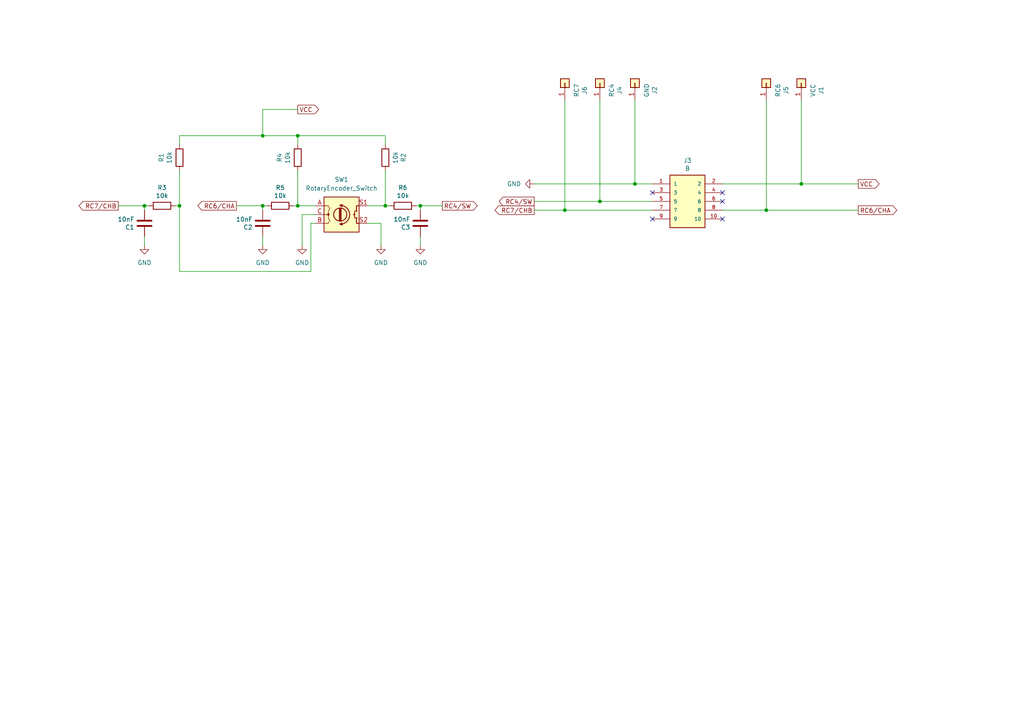
<source format=kicad_sch>
(kicad_sch (version 20211123) (generator eeschema)
  (paper "A4")
  (title_block (title "Rotary encoder for ASRC V6") (date "2022-08-01") (rev "V3"))
  (lib_symbols
    (symbol "Connector_Generic:Conn_01x01" (pin_names (offset 1.016) hide)
      (property "Reference" "J" (at 0 2.54 0))
      (property "Value" "Conn_01x01" (at 0 -2.54 0))
      (symbol "Conn_01x01_1_1"
        (rectangle (start -1.27 0.127) (end 0 -0.127) (stroke (width 0.1524)))
        (rectangle (start -1.27 1.27) (end 1.27 -1.27) (stroke (width 0.254)) (fill (type background)))
        (pin passive line (at -5.08 0 0) (length 3.81) (name "Pin_1") (number "1"))
      )
    )
    (symbol "Device:C" (pin_numbers hide) (pin_names (offset 0.254))
      (property "Reference" "C" (at 0.635 2.54 0))
      (property "Value" "C" (at 0.635 -2.54 0))
      (symbol "C_0_1"
        (polyline (pts (xy -2.032 -0.762) (xy 2.032 -0.762)) (stroke (width 0.508)))
        (polyline (pts (xy -2.032 0.762) (xy 2.032 0.762)) (stroke (width 0.508)))
      )
      (symbol "C_1_1"
        (pin passive line (at 0 3.81 270) (length 2.794) (name "~") (number "1"))
        (pin passive line (at 0 -3.81 90) (length 2.794) (name "~") (number "2"))
      )
    )
    (symbol "Device:R" (pin_numbers hide) (pin_names (offset 0))
      (property "Reference" "R" (at 2.032 0 90))
      (property "Value" "R" (at 0 0 90))
      (symbol "R_0_1"
        (rectangle (start -1.016 -2.54) (end 1.016 2.54) (stroke (width 0.254)))
      )
      (symbol "R_1_1"
        (pin passive line (at 0 3.81 270) (length 1.27) (name "~") (number "1"))
        (pin passive line (at 0 -3.81 90) (length 1.27) (name "~") (number "2"))
      )
    )
    (symbol "Device:RotaryEncoder_Switch" (pin_names (offset 0.254) hide)
      (property "Reference" "SW" (at 0 6.604 0))
      (property "Value" "RotaryEncoder_Switch" (at 0 -6.604 0))
      (symbol "RotaryEncoder_Switch_0_1"
        (rectangle (start -5.08 5.08) (end 5.08 -5.08) (stroke (width 0.254)) (fill (type background)))
        (circle (center -3.81 0) (radius 0.254) (fill (type outline)))
        (arc (start -0.381 -2.794) (mid 2.3622 -0.0635) (end -0.381 2.667) (stroke (width 0.254)))
        (circle (center -0.381 0) (radius 1.905) (stroke (width 0.254)))
        (polyline (pts (xy -0.635 -1.778) (xy -0.635 1.778)) (stroke (width 0.254)))
        (polyline (pts (xy -0.381 -1.778) (xy -0.381 1.778)) (stroke (width 0.254)))
        (polyline (pts (xy -0.127 1.778) (xy -0.127 -1.778)) (stroke (width 0.254)))
        (polyline (pts (xy 3.81 0) (xy 3.429 0)) (stroke (width 0.254)))
        (polyline (pts (xy 3.81 1.016) (xy 3.81 -1.016)) (stroke (width 0.254)))
        (polyline (pts (xy -5.08 -2.54) (xy -3.81 -2.54) (xy -3.81 -2.032)))
        (polyline (pts (xy -5.08 2.54) (xy -3.81 2.54) (xy -3.81 2.032)))
        (polyline (pts (xy 0.254 -3.048) (xy -0.508 -2.794) (xy 0.127 -2.413)) (stroke (width 0.254)))
        (polyline (pts (xy 0.254 2.921) (xy -0.508 2.667) (xy 0.127 2.286)) (stroke (width 0.254)))
        (polyline (pts (xy 5.08 -2.54) (xy 4.318 -2.54) (xy 4.318 -1.016)) (stroke (width 0.254)))
        (polyline (pts (xy 5.08 2.54) (xy 4.318 2.54) (xy 4.318 1.016)) (stroke (width 0.254)))
        (polyline (pts (xy -5.08 0) (xy -3.81 0) (xy -3.81 -1.016) (xy -3.302 -2.032)))
        (polyline (pts (xy -4.318 0) (xy -3.81 0) (xy -3.81 1.016) (xy -3.302 2.032)))
        (circle (center 4.318 -1.016) (radius 0.127) (stroke (width 0.254)))
        (circle (center 4.318 1.016) (radius 0.127) (stroke (width 0.254)))
      )
      (symbol "RotaryEncoder_Switch_1_1"
        (pin passive line (at -7.62 2.54 0) (length 2.54) (name "A") (number "A"))
        (pin passive line (at -7.62 -2.54 0) (length 2.54) (name "B") (number "B"))
        (pin passive line (at -7.62 0 0) (length 2.54) (name "C") (number "C"))
        (pin passive line (at 7.62 2.54 180) (length 2.54) (name "S1") (number "S1"))
        (pin passive line (at 7.62 -2.54 180) (length 2.54) (name "S2") (number "S2"))
      )
    )
    (symbol "kicad-snk:TE_CONN_RCPT_10POS_0.1_TIN_PCB" (pin_names (offset 1.016))
      (property "Reference" "J" (at -5.08 8.255 0))
      (property "Value" "TE_CONN_RCPT_10POS_0.1_TIN_PCB" (at -5.08 -10.1854 0))
      (symbol "TE_CONN_RCPT_10POS_0.1_TIN_PCB_0_0"
        (rectangle (start -5.08 -7.62) (end 5.08 7.62) (stroke (width 0.254)) (fill (type background)))
        (pin passive line (at -10.16 5.08 0) (length 5.08) (name "1") (number "1"))
        (pin passive line (at 10.16 -5.08 180) (length 5.08) (name "10") (number "10"))
        (pin passive line (at 10.16 5.08 180) (length 5.08) (name "2") (number "2"))
        (pin passive line (at -10.16 2.54 0) (length 5.08) (name "3") (number "3"))
        (pin passive line (at 10.16 2.54 180) (length 5.08) (name "4") (number "4"))
        (pin passive line (at -10.16 0 0) (length 5.08) (name "5") (number "5"))
        (pin passive line (at 10.16 0 180) (length 5.08) (name "6") (number "6"))
        (pin passive line (at -10.16 -2.54 0) (length 5.08) (name "7") (number "7"))
        (pin passive line (at 10.16 -2.54 180) (length 5.08) (name "8") (number "8"))
        (pin passive line (at -10.16 -5.08 0) (length 5.08) (name "9") (number "9"))
      )
    )
    (symbol "power:GND" (power) (pin_names (offset 0))
      (property "Value" "GND" (at 0 -3.81 0))
      (symbol "GND_0_1"
        (polyline (pts (xy 0 0) (xy 0 -1.27) (xy 1.27 -1.27) (xy 0 -2.54) (xy -1.27 -1.27) (xy 0 -1.27)))
      )
      (symbol "GND_1_1"
        (pin power_in line (at 0 0 270) (length 0) hide (name "GND") (number "1"))
      )
    )
  )
  (junction (at 163.83 60.96))
  (junction (at 76.2 39.37))
  (junction (at 121.92 59.69))
  (junction (at 76.2 59.69))
  (junction (at 173.99 58.42))
  (junction (at 222.25 60.96))
  (junction (at 86.36 39.37))
  (junction (at 86.36 59.69))
  (junction (at 111.76 59.69))
  (junction (at 184.15 53.34))
  (junction (at 232.41 53.34))
  (junction (at 52.07 59.69))
  (junction (at 41.91 59.69))
  (no_connect (at 189.23 55.88))
  (no_connect (at 189.23 63.5))
  (no_connect (at 209.55 55.88))
  (no_connect (at 209.55 58.42))
  (no_connect (at 209.55 63.5))
  (wire (pts (xy 68.58 59.69) (xy 76.2 59.69)))
  (wire (pts (xy 76.2 39.37) (xy 86.36 39.37)))
  (wire (pts (xy 209.55 60.96) (xy 222.25 60.96)))
  (wire (pts (xy 121.92 59.69) (xy 128.27 59.69)))
  (wire (pts (xy 76.2 59.69) (xy 76.2 60.96)))
  (wire (pts (xy 91.44 62.23) (xy 87.63 62.23)))
  (wire (pts (xy 52.07 41.91) (xy 52.07 39.37)))
  (wire (pts (xy 86.36 59.69) (xy 91.44 59.69)))
  (wire (pts (xy 43.18 59.69) (xy 41.91 59.69)))
  (wire (pts (xy 76.2 68.58) (xy 76.2 71.12)))
  (wire (pts (xy 86.36 39.37) (xy 86.36 41.91)))
  (wire (pts (xy 163.83 60.96) (xy 189.23 60.96)))
  (wire (pts (xy 76.2 31.75) (xy 76.2 39.37)))
  (wire (pts (xy 110.49 64.77) (xy 110.49 71.12)))
  (wire (pts (xy 111.76 59.69) (xy 111.76 49.53)))
  (wire (pts (xy 85.09 59.69) (xy 86.36 59.69)))
  (wire (pts (xy 50.8 59.69) (xy 52.07 59.69)))
  (wire (pts (xy 184.15 53.34) (xy 189.23 53.34)))
  (wire (pts (xy 173.99 58.42) (xy 189.23 58.42)))
  (wire (pts (xy 52.07 59.69) (xy 52.07 78.74)))
  (wire (pts (xy 90.17 64.77) (xy 91.44 64.77)))
  (wire (pts (xy 154.94 60.96) (xy 163.83 60.96)))
  (wire (pts (xy 87.63 62.23) (xy 87.63 71.12)))
  (wire (pts (xy 163.83 29.21) (xy 163.83 60.96)))
  (wire (pts (xy 52.07 78.74) (xy 90.17 78.74)))
  (wire (pts (xy 41.91 68.58) (xy 41.91 71.12)))
  (wire (pts (xy 121.92 59.69) (xy 121.92 60.96)))
  (wire (pts (xy 34.29 59.69) (xy 41.91 59.69)))
  (wire (pts (xy 106.68 59.69) (xy 111.76 59.69)))
  (wire (pts (xy 77.47 59.69) (xy 76.2 59.69)))
  (wire (pts (xy 111.76 41.91) (xy 111.76 39.37)))
  (wire (pts (xy 86.36 39.37) (xy 111.76 39.37)))
  (wire (pts (xy 86.36 31.75) (xy 76.2 31.75)))
  (wire (pts (xy 121.92 68.58) (xy 121.92 71.12)))
  (wire (pts (xy 41.91 59.69) (xy 41.91 60.96)))
  (wire (pts (xy 52.07 49.53) (xy 52.07 59.69)))
  (wire (pts (xy 154.94 58.42) (xy 173.99 58.42)))
  (wire (pts (xy 52.07 39.37) (xy 76.2 39.37)))
  (wire (pts (xy 222.25 29.21) (xy 222.25 60.96)))
  (wire (pts (xy 111.76 59.69) (xy 113.03 59.69)))
  (wire (pts (xy 154.94 53.34) (xy 184.15 53.34)))
  (wire (pts (xy 232.41 53.34) (xy 248.92 53.34)))
  (wire (pts (xy 232.41 29.21) (xy 232.41 53.34)))
  (wire (pts (xy 90.17 78.74) (xy 90.17 64.77)))
  (wire (pts (xy 86.36 49.53) (xy 86.36 59.69)))
  (wire (pts (xy 173.99 29.21) (xy 173.99 58.42)))
  (wire (pts (xy 184.15 29.21) (xy 184.15 53.34)))
  (wire (pts (xy 110.49 64.77) (xy 106.68 64.77)))
  (wire (pts (xy 209.55 53.34) (xy 232.41 53.34)))
  (wire (pts (xy 120.65 59.69) (xy 121.92 59.69)))
  (wire (pts (xy 222.25 60.96) (xy 248.92 60.96)))
  (global_label "RC4{slash}SW" (shape output) (at 128.27 59.69 0) (property "Intersheet References" "${INTERSHEET_REFS}" (effects hide)))
  (global_label "RC7{slash}CHB" (shape output) (at 154.94 60.96 180) (property "Intersheet References" "${INTERSHEET_REFS}" (effects hide)))
  (global_label "RC7{slash}CHB" (shape output) (at 34.29 59.69 180) (property "Intersheet References" "${INTERSHEET_REFS}" (effects hide)))
  (global_label "RC6{slash}CHA" (shape output) (at 68.58 59.69 180) (property "Intersheet References" "${INTERSHEET_REFS}" (effects hide)))
  (global_label "RC4{slash}SW" (shape output) (at 154.94 58.42 180) (property "Intersheet References" "${INTERSHEET_REFS}" (effects hide)))
  (global_label "VCC" (shape output) (at 248.92 53.34 0) (property "Intersheet References" "${INTERSHEET_REFS}" (effects hide)))
  (global_label "VCC" (shape output) (at 86.36 31.75 0) (property "Intersheet References" "${INTERSHEET_REFS}" (effects hide)))
  (global_label "RC6{slash}CHA" (shape output) (at 248.92 60.96 0) (property "Intersheet References" "${INTERSHEET_REFS}" (effects hide)))
  (symbol (lib_id "power:GND") (at 121.92 71.12 0) (unit 1)
    (property "Reference" "#PWR0106" (effects hide))
    (property "Value" "GND" (at 121.92 76.2 0))
  )
  (symbol (lib_id "Device:C") (at 41.91 64.77 180) (unit 1)
    (property "Reference" "C1" (at 38.989 65.9384 0) (effects (justify left)))
    (property "Value" "10nF" (at 38.989 63.627 0) (effects (justify left)))
    (property "Footprint" "Capacitor_SMD:C_0603_1608Metric_Pad1.08x0.95mm_HandSolder" (effects hide))
    (property "manf#" "CL10B103KB8NNNC" (effects hide))
  )
  (symbol (lib_id "Connector_Generic:Conn_01x01") (at 232.41 24.13 90) (unit 1)
    (property "Reference" "J1" (at 238.125 26.2128 0))
    (property "Value" "VCC" (at 235.8136 26.2128 0))
    (property "Footprint" "Connector_Pin:Pin_D1.0mm_L10.0mm" (effects hide))
  )
  (symbol (lib_id "Device:R") (at 81.28 59.69 270) (unit 1)
    (property "Reference" "R5" (at 81.28 54.4322 90))
    (property "Value" "10k" (at 81.28 56.7436 90))
    (property "Footprint" "Resistor_SMD:R_0603_1608Metric_Pad0.98x0.95mm_HandSolder" (effects hide))
    (property "manf#" "RT0603FRE074K99L" (effects hide))
  )
  (symbol (lib_id "Device:C") (at 76.2 64.77 180) (unit 1)
    (property "Reference" "C2" (at 73.279 65.9384 0) (effects (justify left)))
    (property "Value" "10nF" (at 73.279 63.627 0) (effects (justify left)))
    (property "Footprint" "Capacitor_SMD:C_0603_1608Metric_Pad1.08x0.95mm_HandSolder" (effects hide))
    (property "manf#" "CL10B103KB8NNNC" (effects hide))
  )
  (symbol (lib_id "Connector_Generic:Conn_01x01") (at 222.25 24.13 90) (unit 1)
    (property "Reference" "J5" (at 227.965 26.2128 0))
    (property "Value" "RC6" (at 225.6536 26.2128 0))
    (property "Footprint" "Connector_Pin:Pin_D1.0mm_L10.0mm" (effects hide))
  )
  (symbol (lib_id "power:GND") (at 87.63 71.12 0) (unit 1)
    (property "Reference" "#PWR0104" (effects hide))
    (property "Value" "GND" (at 87.63 76.2 0))
  )
  (symbol (lib_id "Connector_Generic:Conn_01x01") (at 163.83 24.13 90) (unit 1)
    (property "Reference" "J6" (at 169.545 26.2128 0))
    (property "Value" "RC7" (at 167.2336 26.2128 0))
    (property "Footprint" "Connector_Pin:Pin_D1.0mm_L10.0mm" (effects hide))
  )
  (symbol (lib_id "kicad-snk:TE_CONN_RCPT_10POS_0.1_TIN_PCB") (at 199.39 58.42 0) (unit 1)
    (property "Reference" "J3" (at 199.39 46.5582 0))
    (property "Value" "B" (at 199.39 48.8696 0))
    (property "Footprint" "kicad-snk:TE_CONN_RCPT_10POS_0.1_TIN_PCB" (effects hide))
    (property "Comment" "1-338068-0" (effects hide))
    (property "EU_RoHS_Compliance" "Compliant" (effects hide))
    (property "manf#" "1-215079-0" (effects hide))
  )
  (symbol (lib_id "Device:R") (at 86.36 45.72 0) (unit 1)
    (property "Reference" "R4" (at 81.1022 45.72 90))
    (property "Value" "10k" (at 83.4136 45.72 90))
    (property "Footprint" "Resistor_SMD:R_0603_1608Metric_Pad0.98x0.95mm_HandSolder" (effects hide))
    (property "manf#" "RT0603FRE074K99L" (effects hide))
  )
  (symbol (lib_id "Connector_Generic:Conn_01x01") (at 173.99 24.13 90) (unit 1)
    (property "Reference" "J4" (at 179.705 26.2128 0))
    (property "Value" "RC4" (at 177.3936 26.2128 0))
    (property "Footprint" "Connector_Pin:Pin_D1.0mm_L10.0mm" (effects hide))
  )
  (symbol (lib_id "Device:R") (at 46.99 59.69 270) (unit 1)
    (property "Reference" "R3" (at 46.99 54.4322 90))
    (property "Value" "10k" (at 46.99 56.7436 90))
    (property "Footprint" "Resistor_SMD:R_0603_1608Metric_Pad0.98x0.95mm_HandSolder" (effects hide))
    (property "manf#" "RT0603FRE074K99L" (effects hide))
  )
  (symbol (lib_id "Device:RotaryEncoder_Switch") (at 99.06 62.23 0) (unit 1)
    (property "Reference" "SW1" (at 99.06 52.07 0))
    (property "Value" "RotaryEncoder_Switch" (at 99.06 54.61 0))
    (property "Footprint" "Rotary_Encoder:RotaryEncoder_Alps_EC11E-Switch_Vertical_H20mm" (effects hide))
  )
  (symbol (lib_id "power:GND") (at 154.94 53.34 270) (unit 1)
    (property "Reference" "#PWR0102" (effects hide))
    (property "Value" "GND" (at 151.13 53.3399 90) (effects (justify right)))
  )
  (symbol (lib_id "power:GND") (at 110.49 71.12 0) (unit 1)
    (property "Reference" "#PWR0105" (effects hide))
    (property "Value" "GND" (at 110.49 76.2 0))
  )
  (symbol (lib_id "power:GND") (at 41.91 71.12 0) (unit 1)
    (property "Reference" "#PWR0101" (effects hide))
    (property "Value" "GND" (at 41.91 76.2 0))
  )
  (symbol (lib_id "Device:R") (at 116.84 59.69 270) (unit 1)
    (property "Reference" "R6" (at 116.84 54.4322 90))
    (property "Value" "10k" (at 116.84 56.7436 90))
    (property "Footprint" "Resistor_SMD:R_0603_1608Metric_Pad0.98x0.95mm_HandSolder" (effects hide))
    (property "manf#" "RT0603FRE074K99L" (effects hide))
  )
  (symbol (lib_id "Device:C") (at 121.92 64.77 180) (unit 1)
    (property "Reference" "C3" (at 118.999 65.9384 0) (effects (justify left)))
    (property "Value" "10nF" (at 118.999 63.627 0) (effects (justify left)))
    (property "Footprint" "Capacitor_SMD:C_0603_1608Metric_Pad1.08x0.95mm_HandSolder" (effects hide))
    (property "manf#" "CL10B103KB8NNNC" (effects hide))
  )
  (symbol (lib_id "Connector_Generic:Conn_01x01") (at 184.15 24.13 90) (unit 1)
    (property "Reference" "J2" (at 189.865 26.2128 0))
    (property "Value" "GND" (at 187.5536 26.2128 0))
    (property "Footprint" "Connector_Pin:Pin_D1.0mm_L10.0mm" (effects hide))
  )
  (symbol (lib_id "Device:R") (at 52.07 45.72 0) (unit 1)
    (property "Reference" "R1" (at 46.8122 45.72 90))
    (property "Value" "10k" (at 49.1236 45.72 90))
    (property "Footprint" "Resistor_SMD:R_0603_1608Metric_Pad0.98x0.95mm_HandSolder" (effects hide))
    (property "manf#" "RT0603FRE074K99L" (effects hide))
  )
  (symbol (lib_id "Device:R") (at 111.76 45.72 180) (unit 1)
    (property "Reference" "R2" (at 117.0178 45.72 90))
    (property "Value" "10k" (at 114.7064 45.72 90))
    (property "Footprint" "Resistor_SMD:R_0603_1608Metric_Pad0.98x0.95mm_HandSolder" (effects hide))
    (property "manf#" "RT0603FRE074K99L" (effects hide))
  )
  (symbol (lib_id "power:GND") (at 76.2 71.12 0) (unit 1)
    (property "Reference" "#PWR0103" (effects hide))
    (property "Value" "GND" (at 76.2 76.2 0))
  )
)
</source>
